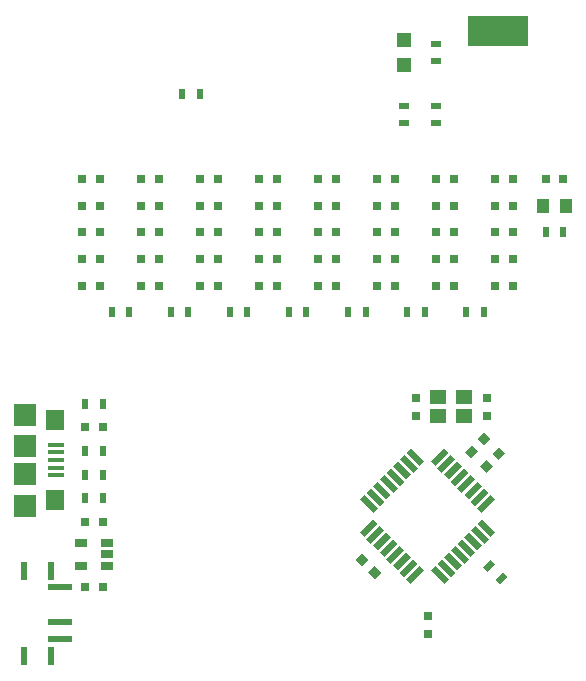
<source format=gtp>
G04 #@! TF.FileFunction,Paste,Top*
%FSLAX46Y46*%
G04 Gerber Fmt 4.6, Leading zero omitted, Abs format (unit mm)*
G04 Created by KiCad (PCBNEW 4.0.0-rc1-stable) date 8/9/2016 10:19:07 PM*
%MOMM*%
G01*
G04 APERTURE LIST*
%ADD10C,0.100000*%
%ADD11R,0.750000X0.800000*%
%ADD12R,0.800000X0.750000*%
%ADD13R,0.797560X0.797560*%
%ADD14R,1.198880X1.198880*%
%ADD15R,0.500000X0.900000*%
%ADD16R,0.900000X0.500000*%
%ADD17R,1.060000X0.650000*%
%ADD18R,1.400000X1.200000*%
%ADD19R,2.000000X0.600000*%
%ADD20R,0.600000X1.500000*%
%ADD21R,5.080000X2.540000*%
%ADD22R,1.000000X1.250000*%
%ADD23R,1.350000X0.400000*%
%ADD24R,1.900000X1.900000*%
%ADD25R,1.600000X1.700000*%
G04 APERTURE END LIST*
D10*
D11*
X85500000Y-101750000D03*
X85500000Y-103250000D03*
X84500000Y-84750000D03*
X84500000Y-83250000D03*
D10*
G36*
X89201992Y-88328338D02*
X88671662Y-87798008D01*
X89237348Y-87232322D01*
X89767678Y-87762652D01*
X89201992Y-88328338D01*
X89201992Y-88328338D01*
G37*
G36*
X90262652Y-87267678D02*
X89732322Y-86737348D01*
X90298008Y-86171662D01*
X90828338Y-86701992D01*
X90262652Y-87267678D01*
X90262652Y-87267678D01*
G37*
G36*
X90451992Y-89578338D02*
X89921662Y-89048008D01*
X90487348Y-88482322D01*
X91017678Y-89012652D01*
X90451992Y-89578338D01*
X90451992Y-89578338D01*
G37*
G36*
X91512652Y-88517678D02*
X90982322Y-87987348D01*
X91548008Y-87421662D01*
X92078338Y-87951992D01*
X91512652Y-88517678D01*
X91512652Y-88517678D01*
G37*
D11*
X90500000Y-83250000D03*
X90500000Y-84750000D03*
D10*
G36*
X79421662Y-96951992D02*
X79951992Y-96421662D01*
X80517678Y-96987348D01*
X79987348Y-97517678D01*
X79421662Y-96951992D01*
X79421662Y-96951992D01*
G37*
G36*
X80482322Y-98012652D02*
X81012652Y-97482322D01*
X81578338Y-98048008D01*
X81048008Y-98578338D01*
X80482322Y-98012652D01*
X80482322Y-98012652D01*
G37*
D12*
X58000000Y-93750000D03*
X56500000Y-93750000D03*
X56500000Y-99250000D03*
X58000000Y-99250000D03*
D13*
X56250700Y-64750000D03*
X57749300Y-64750000D03*
X56250700Y-67000000D03*
X57749300Y-67000000D03*
X56250700Y-69250000D03*
X57749300Y-69250000D03*
X56250700Y-71500000D03*
X57749300Y-71500000D03*
X56250700Y-73750000D03*
X57749300Y-73750000D03*
X61250700Y-64750000D03*
X62749300Y-64750000D03*
X61250700Y-67000000D03*
X62749300Y-67000000D03*
X61250700Y-69250000D03*
X62749300Y-69250000D03*
X61250700Y-71500000D03*
X62749300Y-71500000D03*
X61250700Y-73750000D03*
X62749300Y-73750000D03*
X66250700Y-64750000D03*
X67749300Y-64750000D03*
X66250700Y-67000000D03*
X67749300Y-67000000D03*
X66250700Y-69250000D03*
X67749300Y-69250000D03*
X66250700Y-71500000D03*
X67749300Y-71500000D03*
X66250700Y-73750000D03*
X67749300Y-73750000D03*
X71250700Y-64750000D03*
X72749300Y-64750000D03*
X71250700Y-67000000D03*
X72749300Y-67000000D03*
X71250700Y-69250000D03*
X72749300Y-69250000D03*
X71250700Y-71500000D03*
X72749300Y-71500000D03*
X71250700Y-73750000D03*
X72749300Y-73750000D03*
X76250700Y-64750000D03*
X77749300Y-64750000D03*
X76250700Y-67000000D03*
X77749300Y-67000000D03*
X76250700Y-69250000D03*
X77749300Y-69250000D03*
X76250700Y-71500000D03*
X77749300Y-71500000D03*
X76250700Y-73750000D03*
X77749300Y-73750000D03*
X81250700Y-64750000D03*
X82749300Y-64750000D03*
X81250700Y-67000000D03*
X82749300Y-67000000D03*
X81250700Y-69250000D03*
X82749300Y-69250000D03*
X81250700Y-71500000D03*
X82749300Y-71500000D03*
X81250700Y-73750000D03*
X82749300Y-73750000D03*
X86250700Y-64750000D03*
X87749300Y-64750000D03*
X86250700Y-67000000D03*
X87749300Y-67000000D03*
X86250700Y-69250000D03*
X87749300Y-69250000D03*
X86250700Y-71500000D03*
X87749300Y-71500000D03*
X86250700Y-73750000D03*
X87749300Y-73750000D03*
X91250700Y-64750000D03*
X92749300Y-64750000D03*
X91250700Y-67000000D03*
X92749300Y-67000000D03*
X91250700Y-69250000D03*
X92749300Y-69250000D03*
X91250700Y-71500000D03*
X92749300Y-71500000D03*
X91250700Y-73750000D03*
X92749300Y-73750000D03*
X56500700Y-85750000D03*
X57999300Y-85750000D03*
D14*
X83500000Y-55049020D03*
X83500000Y-52950980D03*
D15*
X58750000Y-76000000D03*
X60250000Y-76000000D03*
X63750000Y-76000000D03*
X65250000Y-76000000D03*
X68750000Y-76000000D03*
X70250000Y-76000000D03*
X73750000Y-76000000D03*
X75250000Y-76000000D03*
X78750000Y-76000000D03*
X80250000Y-76000000D03*
X85250000Y-76000000D03*
X83750000Y-76000000D03*
X90250000Y-76000000D03*
X88750000Y-76000000D03*
X56500000Y-87750000D03*
X58000000Y-87750000D03*
X56500000Y-89750000D03*
X58000000Y-89750000D03*
X56500000Y-91750000D03*
X58000000Y-91750000D03*
X64750000Y-57500000D03*
X66250000Y-57500000D03*
X56500000Y-83750000D03*
X58000000Y-83750000D03*
D16*
X83500000Y-58500000D03*
X83500000Y-60000000D03*
D10*
G36*
X90224695Y-97611091D02*
X90861091Y-96974695D01*
X91214645Y-97328249D01*
X90578249Y-97964645D01*
X90224695Y-97611091D01*
X90224695Y-97611091D01*
G37*
G36*
X91285355Y-98671751D02*
X91921751Y-98035355D01*
X92275305Y-98388909D01*
X91638909Y-99025305D01*
X91285355Y-98671751D01*
X91285355Y-98671751D01*
G37*
G36*
X90856334Y-91464555D02*
X91245243Y-91853464D01*
X90113872Y-92984835D01*
X89724963Y-92595926D01*
X90856334Y-91464555D01*
X90856334Y-91464555D01*
G37*
G36*
X90290648Y-90898870D02*
X90679557Y-91287779D01*
X89548186Y-92419150D01*
X89159277Y-92030241D01*
X90290648Y-90898870D01*
X90290648Y-90898870D01*
G37*
G36*
X89724963Y-90333184D02*
X90113872Y-90722093D01*
X88982501Y-91853464D01*
X88593592Y-91464555D01*
X89724963Y-90333184D01*
X89724963Y-90333184D01*
G37*
G36*
X89159278Y-89767499D02*
X89548187Y-90156408D01*
X88416816Y-91287779D01*
X88027907Y-90898870D01*
X89159278Y-89767499D01*
X89159278Y-89767499D01*
G37*
G36*
X88593592Y-89201813D02*
X88982501Y-89590722D01*
X87851130Y-90722093D01*
X87462221Y-90333184D01*
X88593592Y-89201813D01*
X88593592Y-89201813D01*
G37*
G36*
X88027907Y-88636128D02*
X88416816Y-89025037D01*
X87285445Y-90156408D01*
X86896536Y-89767499D01*
X88027907Y-88636128D01*
X88027907Y-88636128D01*
G37*
G36*
X87462221Y-88070443D02*
X87851130Y-88459352D01*
X86719759Y-89590723D01*
X86330850Y-89201814D01*
X87462221Y-88070443D01*
X87462221Y-88070443D01*
G37*
G36*
X86896536Y-87504757D02*
X87285445Y-87893666D01*
X86154074Y-89025037D01*
X85765165Y-88636128D01*
X86896536Y-87504757D01*
X86896536Y-87504757D01*
G37*
G36*
X83714555Y-87893666D02*
X84103464Y-87504757D01*
X85234835Y-88636128D01*
X84845926Y-89025037D01*
X83714555Y-87893666D01*
X83714555Y-87893666D01*
G37*
G36*
X83148870Y-88459352D02*
X83537779Y-88070443D01*
X84669150Y-89201814D01*
X84280241Y-89590723D01*
X83148870Y-88459352D01*
X83148870Y-88459352D01*
G37*
G36*
X82583184Y-89025037D02*
X82972093Y-88636128D01*
X84103464Y-89767499D01*
X83714555Y-90156408D01*
X82583184Y-89025037D01*
X82583184Y-89025037D01*
G37*
G36*
X82017499Y-89590722D02*
X82406408Y-89201813D01*
X83537779Y-90333184D01*
X83148870Y-90722093D01*
X82017499Y-89590722D01*
X82017499Y-89590722D01*
G37*
G36*
X81451813Y-90156408D02*
X81840722Y-89767499D01*
X82972093Y-90898870D01*
X82583184Y-91287779D01*
X81451813Y-90156408D01*
X81451813Y-90156408D01*
G37*
G36*
X80886128Y-90722093D02*
X81275037Y-90333184D01*
X82406408Y-91464555D01*
X82017499Y-91853464D01*
X80886128Y-90722093D01*
X80886128Y-90722093D01*
G37*
G36*
X80320443Y-91287779D02*
X80709352Y-90898870D01*
X81840723Y-92030241D01*
X81451814Y-92419150D01*
X80320443Y-91287779D01*
X80320443Y-91287779D01*
G37*
G36*
X79754757Y-91853464D02*
X80143666Y-91464555D01*
X81275037Y-92595926D01*
X80886128Y-92984835D01*
X79754757Y-91853464D01*
X79754757Y-91853464D01*
G37*
G36*
X80886128Y-93515165D02*
X81275037Y-93904074D01*
X80143666Y-95035445D01*
X79754757Y-94646536D01*
X80886128Y-93515165D01*
X80886128Y-93515165D01*
G37*
G36*
X81451814Y-94080850D02*
X81840723Y-94469759D01*
X80709352Y-95601130D01*
X80320443Y-95212221D01*
X81451814Y-94080850D01*
X81451814Y-94080850D01*
G37*
G36*
X82017499Y-94646536D02*
X82406408Y-95035445D01*
X81275037Y-96166816D01*
X80886128Y-95777907D01*
X82017499Y-94646536D01*
X82017499Y-94646536D01*
G37*
G36*
X82583184Y-95212221D02*
X82972093Y-95601130D01*
X81840722Y-96732501D01*
X81451813Y-96343592D01*
X82583184Y-95212221D01*
X82583184Y-95212221D01*
G37*
G36*
X83148870Y-95777907D02*
X83537779Y-96166816D01*
X82406408Y-97298187D01*
X82017499Y-96909278D01*
X83148870Y-95777907D01*
X83148870Y-95777907D01*
G37*
G36*
X83714555Y-96343592D02*
X84103464Y-96732501D01*
X82972093Y-97863872D01*
X82583184Y-97474963D01*
X83714555Y-96343592D01*
X83714555Y-96343592D01*
G37*
G36*
X84280241Y-96909277D02*
X84669150Y-97298186D01*
X83537779Y-98429557D01*
X83148870Y-98040648D01*
X84280241Y-96909277D01*
X84280241Y-96909277D01*
G37*
G36*
X84845926Y-97474963D02*
X85234835Y-97863872D01*
X84103464Y-98995243D01*
X83714555Y-98606334D01*
X84845926Y-97474963D01*
X84845926Y-97474963D01*
G37*
G36*
X85765165Y-97863872D02*
X86154074Y-97474963D01*
X87285445Y-98606334D01*
X86896536Y-98995243D01*
X85765165Y-97863872D01*
X85765165Y-97863872D01*
G37*
G36*
X86330850Y-97298186D02*
X86719759Y-96909277D01*
X87851130Y-98040648D01*
X87462221Y-98429557D01*
X86330850Y-97298186D01*
X86330850Y-97298186D01*
G37*
G36*
X86896536Y-96732501D02*
X87285445Y-96343592D01*
X88416816Y-97474963D01*
X88027907Y-97863872D01*
X86896536Y-96732501D01*
X86896536Y-96732501D01*
G37*
G36*
X87462221Y-96166816D02*
X87851130Y-95777907D01*
X88982501Y-96909278D01*
X88593592Y-97298187D01*
X87462221Y-96166816D01*
X87462221Y-96166816D01*
G37*
G36*
X88027907Y-95601130D02*
X88416816Y-95212221D01*
X89548187Y-96343592D01*
X89159278Y-96732501D01*
X88027907Y-95601130D01*
X88027907Y-95601130D01*
G37*
G36*
X88593592Y-95035445D02*
X88982501Y-94646536D01*
X90113872Y-95777907D01*
X89724963Y-96166816D01*
X88593592Y-95035445D01*
X88593592Y-95035445D01*
G37*
G36*
X89159277Y-94469759D02*
X89548186Y-94080850D01*
X90679557Y-95212221D01*
X90290648Y-95601130D01*
X89159277Y-94469759D01*
X89159277Y-94469759D01*
G37*
G36*
X89724963Y-93904074D02*
X90113872Y-93515165D01*
X91245243Y-94646536D01*
X90856334Y-95035445D01*
X89724963Y-93904074D01*
X89724963Y-93904074D01*
G37*
D17*
X58350000Y-97450000D03*
X58350000Y-96500000D03*
X58350000Y-95550000D03*
X56150000Y-95550000D03*
X56150000Y-97450000D03*
D18*
X86400000Y-84800000D03*
X88600000Y-84800000D03*
X86400000Y-83200000D03*
X88600000Y-83200000D03*
D19*
X54350000Y-103700000D03*
X54350000Y-99300000D03*
X54350000Y-102200000D03*
D20*
X51350000Y-105100000D03*
X53650000Y-105100000D03*
X53650000Y-97900000D03*
X51350000Y-97900000D03*
D21*
X91500000Y-52190000D03*
D22*
X95250000Y-67000000D03*
X97250000Y-67000000D03*
D12*
X95500000Y-64750000D03*
X97000000Y-64750000D03*
D16*
X86250000Y-54750000D03*
X86250000Y-53250000D03*
D15*
X95500000Y-69250000D03*
X97000000Y-69250000D03*
D16*
X86250000Y-60000000D03*
X86250000Y-58500000D03*
D23*
X54085000Y-87219000D03*
X54085000Y-87869000D03*
X54085000Y-88519000D03*
X54085000Y-89169000D03*
X54085000Y-89819000D03*
D24*
X51435000Y-87319000D03*
X51435000Y-89719000D03*
X51435000Y-84669000D03*
D25*
X53985000Y-85119000D03*
X53985000Y-91919000D03*
D24*
X51435000Y-92369000D03*
M02*

</source>
